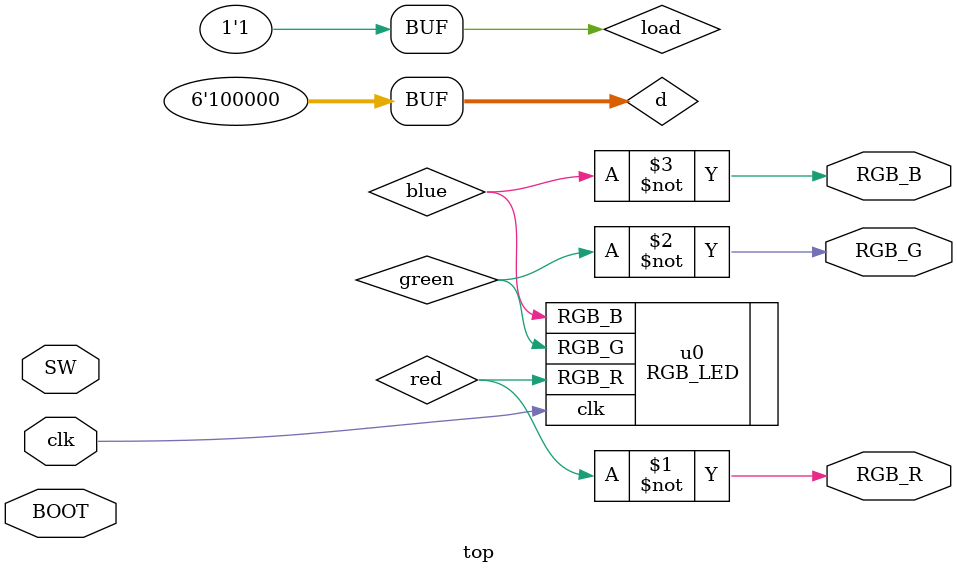
<source format=sv>
`include "RGB_LED.sv"


module top(
    input logic     clk, 
    input logic     SW, 
    input logic     BOOT, 
    output logic    RGB_R, 
    output logic    RGB_G, 
    output logic    RGB_B
);

    logic red, green, blue;

    logic [5:0] d;
    logic load;

    assign d = 6'b100000;
    assign load = 1'b1;

    RGB_LED u0(
        .clk    (clk),  
        .RGB_R    (red), 
        .RGB_G  (green), 
        .RGB_B   (blue)
    );

    assign RGB_R = ~red;
    assign RGB_G = ~green;
    assign RGB_B = ~blue;

endmodule

</source>
